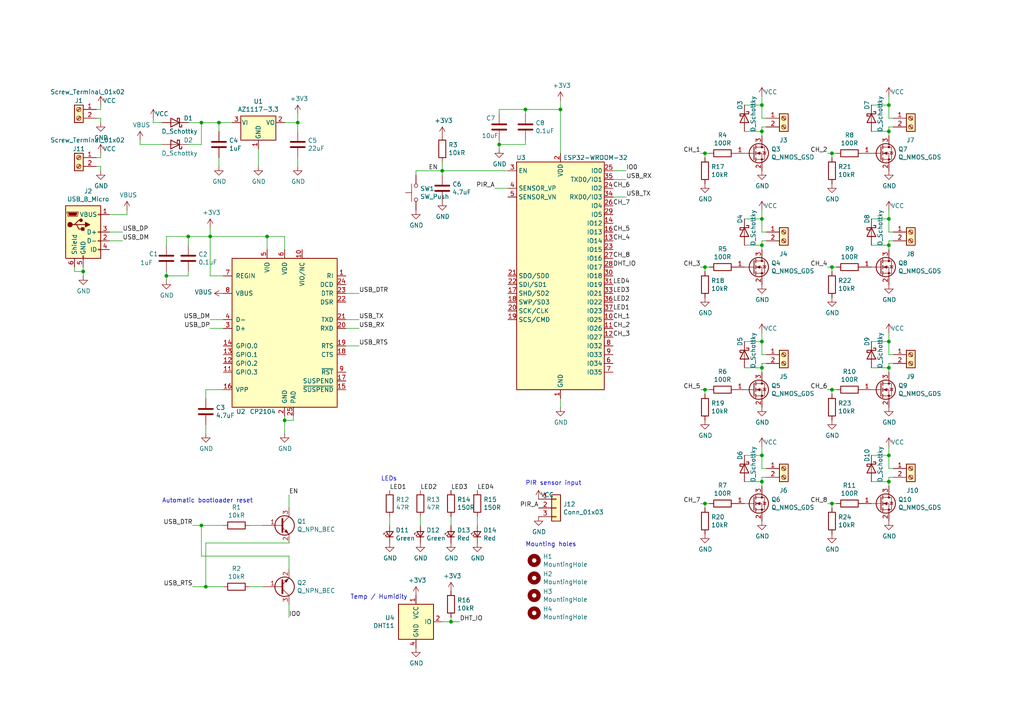
<source format=kicad_sch>
(kicad_sch (version 20211123) (generator eeschema)
  (paper "A4")
  (junction (at 257.81 106.68))
  (junction (at 241.3 44.45))
  (junction (at 130.81 180.34))
  (junction (at 220.98 106.68))
  (junction (at 257.81 38.1))
  (junction (at 257.81 71.12))
  (junction (at 220.98 63.5))
  (junction (at 58.42 35.56))
  (junction (at 204.47 113.03))
  (junction (at 60.96 68.58))
  (junction (at 59.69 170.18))
  (junction (at 241.3 113.03))
  (junction (at 257.81 30.48))
  (junction (at 128.27 49.53))
  (junction (at 220.98 30.48))
  (junction (at 82.55 121.92))
  (junction (at 257.81 132.08))
  (junction (at 220.98 132.08))
  (junction (at 220.98 71.12))
  (junction (at 144.78 41.91))
  (junction (at 220.98 38.1))
  (junction (at 58.42 152.4))
  (junction (at 152.4 31.75))
  (junction (at 257.81 139.7))
  (junction (at 220.98 139.7))
  (junction (at 204.47 77.47))
  (junction (at 86.36 35.56))
  (junction (at 204.47 146.05))
  (junction (at 54.61 68.58))
  (junction (at 63.5 35.56))
  (junction (at 24.13 78.74))
  (junction (at 257.81 99.06))
  (junction (at 204.47 44.45))
  (junction (at 162.56 31.75))
  (junction (at 241.3 146.05))
  (junction (at 241.3 77.47))
  (junction (at 257.81 63.5))
  (junction (at 77.47 68.58))
  (junction (at 220.98 99.06))
  (junction (at 48.26 80.01))
  (wire (pts (xy 252.73 71.12) (xy 257.81 71.12)))
  (wire (pts (xy 83.82 157.48) (xy 59.69 157.48)))
  (wire (pts (xy 257.81 106.68) (xy 257.81 107.95)))
  (wire (pts (xy 40.64 40.64) (xy 40.64 41.91)))
  (wire (pts (xy 29.21 31.75) (xy 27.94 31.75)))
  (wire (pts (xy 220.98 36.83) (xy 220.98 38.1)))
  (wire (pts (xy 60.96 92.71) (xy 64.77 92.71)))
  (wire (pts (xy 59.69 113.03) (xy 64.77 113.03)))
  (wire (pts (xy 77.47 68.58) (xy 82.55 68.58)))
  (wire (pts (xy 222.25 105.41) (xy 220.98 105.41)))
  (wire (pts (xy 55.88 152.4) (xy 58.42 152.4)))
  (wire (pts (xy 48.26 80.01) (xy 54.61 80.01)))
  (wire (pts (xy 36.83 60.96) (xy 36.83 62.23)))
  (wire (pts (xy 86.36 35.56) (xy 82.55 35.56)))
  (wire (pts (xy 144.78 41.91) (xy 152.4 41.91)))
  (wire (pts (xy 241.3 113.03) (xy 241.3 114.3)))
  (wire (pts (xy 220.98 132.08) (xy 220.98 129.54)))
  (wire (pts (xy 31.75 67.31) (xy 35.56 67.31)))
  (wire (pts (xy 241.3 44.45) (xy 242.57 44.45)))
  (wire (pts (xy 257.81 132.08) (xy 257.81 135.89)))
  (wire (pts (xy 59.69 115.57) (xy 59.69 113.03)))
  (wire (pts (xy 121.92 149.86) (xy 121.92 152.4)))
  (wire (pts (xy 162.56 118.11) (xy 162.56 115.57)))
  (wire (pts (xy 104.14 95.25) (xy 100.33 95.25)))
  (wire (pts (xy 40.64 41.91) (xy 46.99 41.91)))
  (wire (pts (xy 83.82 179.07) (xy 83.82 175.26)))
  (wire (pts (xy 181.61 57.15) (xy 177.8 57.15)))
  (wire (pts (xy 83.82 161.29) (xy 58.42 161.29)))
  (wire (pts (xy 220.98 30.48) (xy 220.98 27.94)))
  (wire (pts (xy 27.94 48.26) (xy 29.21 48.26)))
  (wire (pts (xy 215.9 63.5) (xy 220.98 63.5)))
  (wire (pts (xy 203.2 146.05) (xy 204.47 146.05)))
  (wire (pts (xy 222.25 36.83) (xy 220.98 36.83)))
  (wire (pts (xy 58.42 152.4) (xy 64.77 152.4)))
  (wire (pts (xy 31.75 62.23) (xy 36.83 62.23)))
  (wire (pts (xy 220.98 139.7) (xy 220.98 140.97)))
  (wire (pts (xy 257.81 30.48) (xy 257.81 27.94)))
  (wire (pts (xy 82.55 125.73) (xy 82.55 121.92)))
  (wire (pts (xy 130.81 180.34) (xy 130.81 179.07)))
  (wire (pts (xy 63.5 35.56) (xy 67.31 35.56)))
  (wire (pts (xy 44.45 35.56) (xy 46.99 35.56)))
  (wire (pts (xy 203.2 77.47) (xy 204.47 77.47)))
  (wire (pts (xy 204.47 146.05) (xy 204.47 147.32)))
  (wire (pts (xy 220.98 38.1) (xy 220.98 39.37)))
  (wire (pts (xy 241.3 146.05) (xy 242.57 146.05)))
  (wire (pts (xy 257.81 99.06) (xy 257.81 102.87)))
  (wire (pts (xy 162.56 31.75) (xy 162.56 44.45)))
  (wire (pts (xy 257.81 102.87) (xy 259.08 102.87)))
  (wire (pts (xy 58.42 161.29) (xy 58.42 152.4)))
  (wire (pts (xy 241.3 44.45) (xy 241.3 45.72)))
  (wire (pts (xy 59.69 170.18) (xy 64.77 170.18)))
  (wire (pts (xy 257.81 30.48) (xy 257.81 34.29)))
  (wire (pts (xy 100.33 92.71) (xy 104.14 92.71)))
  (wire (pts (xy 83.82 143.51) (xy 83.82 147.32)))
  (wire (pts (xy 54.61 80.01) (xy 54.61 78.74)))
  (wire (pts (xy 215.9 106.68) (xy 220.98 106.68)))
  (wire (pts (xy 63.5 35.56) (xy 63.5 38.1)))
  (wire (pts (xy 257.81 139.7) (xy 257.81 140.97)))
  (wire (pts (xy 241.3 77.47) (xy 242.57 77.47)))
  (wire (pts (xy 48.26 71.12) (xy 48.26 68.58)))
  (wire (pts (xy 82.55 68.58) (xy 82.55 72.39)))
  (wire (pts (xy 143.51 54.61) (xy 147.32 54.61)))
  (wire (pts (xy 63.5 48.26) (xy 63.5 45.72)))
  (wire (pts (xy 133.35 180.34) (xy 130.81 180.34)))
  (wire (pts (xy 241.3 113.03) (xy 242.57 113.03)))
  (wire (pts (xy 24.13 77.47) (xy 24.13 78.74)))
  (wire (pts (xy 29.21 48.26) (xy 29.21 49.53)))
  (wire (pts (xy 203.2 44.45) (xy 204.47 44.45)))
  (wire (pts (xy 215.9 71.12) (xy 220.98 71.12)))
  (wire (pts (xy 257.81 63.5) (xy 257.81 60.96)))
  (wire (pts (xy 86.36 48.26) (xy 86.36 45.72)))
  (wire (pts (xy 130.81 149.86) (xy 130.81 152.4)))
  (wire (pts (xy 72.39 152.4) (xy 76.2 152.4)))
  (wire (pts (xy 220.98 63.5) (xy 220.98 60.96)))
  (wire (pts (xy 144.78 31.75) (xy 152.4 31.75)))
  (wire (pts (xy 54.61 35.56) (xy 58.42 35.56)))
  (wire (pts (xy 220.98 102.87) (xy 222.25 102.87)))
  (wire (pts (xy 83.82 165.1) (xy 83.82 161.29)))
  (wire (pts (xy 120.65 49.53) (xy 120.65 50.8)))
  (wire (pts (xy 85.09 121.92) (xy 85.09 120.65)))
  (wire (pts (xy 241.3 146.05) (xy 241.3 147.32)))
  (wire (pts (xy 162.56 29.21) (xy 162.56 31.75)))
  (wire (pts (xy 220.98 63.5) (xy 220.98 67.31)))
  (wire (pts (xy 252.73 30.48) (xy 257.81 30.48)))
  (wire (pts (xy 220.98 106.68) (xy 220.98 107.95)))
  (wire (pts (xy 252.73 63.5) (xy 257.81 63.5)))
  (wire (pts (xy 60.96 80.01) (xy 64.77 80.01)))
  (wire (pts (xy 220.98 132.08) (xy 220.98 135.89)))
  (wire (pts (xy 220.98 67.31) (xy 222.25 67.31)))
  (wire (pts (xy 77.47 68.58) (xy 77.47 72.39)))
  (wire (pts (xy 29.21 30.48) (xy 29.21 31.75)))
  (wire (pts (xy 72.39 170.18) (xy 76.2 170.18)))
  (wire (pts (xy 128.27 46.99) (xy 128.27 49.53)))
  (wire (pts (xy 29.21 34.29) (xy 29.21 35.56)))
  (wire (pts (xy 240.03 113.03) (xy 241.3 113.03)))
  (wire (pts (xy 220.98 99.06) (xy 220.98 102.87)))
  (wire (pts (xy 257.81 63.5) (xy 257.81 67.31)))
  (wire (pts (xy 222.25 69.85) (xy 220.98 69.85)))
  (wire (pts (xy 240.03 77.47) (xy 241.3 77.47)))
  (wire (pts (xy 82.55 121.92) (xy 82.55 120.65)))
  (wire (pts (xy 55.88 170.18) (xy 59.69 170.18)))
  (wire (pts (xy 257.81 34.29) (xy 259.08 34.29)))
  (wire (pts (xy 240.03 146.05) (xy 241.3 146.05)))
  (wire (pts (xy 104.14 85.09) (xy 100.33 85.09)))
  (wire (pts (xy 48.26 80.01) (xy 48.26 81.28)))
  (wire (pts (xy 35.56 69.85) (xy 31.75 69.85)))
  (wire (pts (xy 220.98 34.29) (xy 222.25 34.29)))
  (wire (pts (xy 252.73 106.68) (xy 257.81 106.68)))
  (wire (pts (xy 27.94 45.72) (xy 29.21 45.72)))
  (wire (pts (xy 257.81 38.1) (xy 257.81 39.37)))
  (wire (pts (xy 241.3 77.47) (xy 241.3 78.74)))
  (wire (pts (xy 252.73 139.7) (xy 257.81 139.7)))
  (wire (pts (xy 257.81 36.83) (xy 257.81 38.1)))
  (wire (pts (xy 257.81 67.31) (xy 259.08 67.31)))
  (wire (pts (xy 104.14 100.33) (xy 100.33 100.33)))
  (wire (pts (xy 74.93 48.26) (xy 74.93 43.18)))
  (wire (pts (xy 204.47 146.05) (xy 205.74 146.05)))
  (wire (pts (xy 128.27 180.34) (xy 130.81 180.34)))
  (wire (pts (xy 24.13 78.74) (xy 21.59 78.74)))
  (wire (pts (xy 58.42 35.56) (xy 63.5 35.56)))
  (wire (pts (xy 138.43 149.86) (xy 138.43 152.4)))
  (wire (pts (xy 162.56 31.75) (xy 152.4 31.75)))
  (wire (pts (xy 21.59 78.74) (xy 21.59 77.47)))
  (wire (pts (xy 86.36 33.02) (xy 86.36 35.56)))
  (wire (pts (xy 215.9 38.1) (xy 220.98 38.1)))
  (wire (pts (xy 59.69 125.73) (xy 59.69 123.19)))
  (wire (pts (xy 144.78 43.18) (xy 144.78 41.91)))
  (wire (pts (xy 48.26 68.58) (xy 54.61 68.58)))
  (wire (pts (xy 220.98 71.12) (xy 220.98 72.39)))
  (wire (pts (xy 54.61 71.12) (xy 54.61 68.58)))
  (wire (pts (xy 113.03 149.86) (xy 113.03 152.4)))
  (wire (pts (xy 215.9 139.7) (xy 220.98 139.7)))
  (wire (pts (xy 215.9 99.06) (xy 220.98 99.06)))
  (wire (pts (xy 60.96 95.25) (xy 64.77 95.25)))
  (wire (pts (xy 220.98 135.89) (xy 222.25 135.89)))
  (wire (pts (xy 152.4 31.75) (xy 152.4 33.02)))
  (wire (pts (xy 181.61 52.07) (xy 177.8 52.07)))
  (wire (pts (xy 181.61 49.53) (xy 177.8 49.53)))
  (wire (pts (xy 222.25 138.43) (xy 220.98 138.43)))
  (wire (pts (xy 59.69 157.48) (xy 59.69 170.18)))
  (wire (pts (xy 27.94 34.29) (xy 29.21 34.29)))
  (wire (pts (xy 144.78 33.02) (xy 144.78 31.75)))
  (wire (pts (xy 257.81 99.06) (xy 257.81 96.52)))
  (wire (pts (xy 128.27 49.53) (xy 147.32 49.53)))
  (wire (pts (xy 204.47 77.47) (xy 205.74 77.47)))
  (wire (pts (xy 220.98 99.06) (xy 220.98 96.52)))
  (wire (pts (xy 44.45 34.29) (xy 44.45 35.56)))
  (wire (pts (xy 259.08 138.43) (xy 257.81 138.43)))
  (wire (pts (xy 120.65 49.53) (xy 128.27 49.53)))
  (wire (pts (xy 204.47 113.03) (xy 205.74 113.03)))
  (wire (pts (xy 24.13 80.01) (xy 24.13 78.74)))
  (wire (pts (xy 257.81 69.85) (xy 257.81 71.12)))
  (wire (pts (xy 257.81 132.08) (xy 257.81 129.54)))
  (wire (pts (xy 215.9 30.48) (xy 220.98 30.48)))
  (wire (pts (xy 204.47 44.45) (xy 205.74 44.45)))
  (wire (pts (xy 252.73 38.1) (xy 257.81 38.1)))
  (wire (pts (xy 252.73 99.06) (xy 257.81 99.06)))
  (wire (pts (xy 86.36 38.1) (xy 86.36 35.56)))
  (wire (pts (xy 58.42 35.56) (xy 58.42 41.91)))
  (wire (pts (xy 204.47 44.45) (xy 204.47 45.72)))
  (wire (pts (xy 144.78 41.91) (xy 144.78 40.64)))
  (wire (pts (xy 60.96 68.58) (xy 77.47 68.58)))
  (wire (pts (xy 58.42 41.91) (xy 54.61 41.91)))
  (wire (pts (xy 259.08 36.83) (xy 257.81 36.83)))
  (wire (pts (xy 259.08 105.41) (xy 257.81 105.41)))
  (wire (pts (xy 257.81 105.41) (xy 257.81 106.68)))
  (wire (pts (xy 220.98 105.41) (xy 220.98 106.68)))
  (wire (pts (xy 29.21 45.72) (xy 29.21 44.45)))
  (wire (pts (xy 240.03 44.45) (xy 241.3 44.45)))
  (wire (pts (xy 220.98 138.43) (xy 220.98 139.7)))
  (wire (pts (xy 60.96 80.01) (xy 60.96 68.58)))
  (wire (pts (xy 82.55 121.92) (xy 85.09 121.92)))
  (wire (pts (xy 252.73 132.08) (xy 257.81 132.08)))
  (wire (pts (xy 204.47 113.03) (xy 204.47 114.3)))
  (wire (pts (xy 257.81 71.12) (xy 257.81 72.39)))
  (wire (pts (xy 128.27 50.8) (xy 128.27 49.53)))
  (wire (pts (xy 220.98 69.85) (xy 220.98 71.12)))
  (wire (pts (xy 220.98 30.48) (xy 220.98 34.29)))
  (wire (pts (xy 259.08 69.85) (xy 257.81 69.85)))
  (wire (pts (xy 60.96 66.04) (xy 60.96 68.58)))
  (wire (pts (xy 54.61 68.58) (xy 60.96 68.58)))
  (wire (pts (xy 203.2 113.03) (xy 204.47 113.03)))
  (wire (pts (xy 48.26 78.74) (xy 48.26 80.01)))
  (wire (pts (xy 257.81 138.43) (xy 257.81 139.7)))
  (wire (pts (xy 204.47 77.47) (xy 204.47 78.74)))
  (wire (pts (xy 215.9 132.08) (xy 220.98 132.08)))
  (wire (pts (xy 257.81 135.89) (xy 259.08 135.89)))
  (wire (pts (xy 152.4 41.91) (xy 152.4 40.64)))
  (text "Temp / Humidity" (at 101.6 173.99 0) (effects (font (size 1.27 1.27)) (justify left bottom)))
  (text "Automatic bootloader reset" (at 46.99 146.05 0) (effects (font (size 1.27 1.27)) (justify left bottom)))
  (text "LEDs" (at 110.49 139.7 0) (effects (font (size 1.27 1.27)) (justify left bottom)))
  (text "PIR sensor input" (at 152.4 140.97 0) (effects (font (size 1.27 1.27)) (justify left bottom)))
  (text "Mounting holes" (at 152.4 158.75 0) (effects (font (size 1.27 1.27)) (justify left bottom)))
  (label "CH_7" (at 203.2 146.05 180))
  (label "LED2" (at 177.8 87.63 0))
  (label "USB_DP" (at 35.56 67.31 0))
  (label "USB_DTR" (at 104.14 85.09 0))
  (label "CH_3" (at 203.2 77.47 180))
  (label "LED4" (at 138.43 142.24 0))
  (label "CH_2" (at 240.03 44.45 180))
  (label "USB_RX" (at 181.61 52.07 0))
  (label "CH_1" (at 203.2 44.45 180))
  (label "USB_RTS" (at 55.88 170.18 180))
  (label "DHT_IO" (at 133.35 180.34 0))
  (label "CH_6" (at 177.8 54.61 0))
  (label "CH_7" (at 177.8 59.69 0))
  (label "EN" (at 127 49.53 180))
  (label "LED2" (at 121.92 142.24 0))
  (label "LED4" (at 177.8 82.55 0))
  (label "CH_5" (at 203.2 113.03 180))
  (label "CH_4" (at 177.8 69.85 0))
  (label "USB_RX" (at 104.14 95.25 0))
  (label "USB_DTR" (at 55.88 152.4 180))
  (label "CH_8" (at 240.03 146.05 180))
  (label "CH_4" (at 240.03 77.47 180))
  (label "USB_DP" (at 60.96 95.25 180))
  (label "EN" (at 83.82 143.51 0))
  (label "USB_TX" (at 104.14 92.71 0))
  (label "CH_1" (at 177.8 92.71 0))
  (label "USB_RTS" (at 104.14 100.33 0))
  (label "CH_5" (at 177.8 67.31 0))
  (label "IO0" (at 83.82 179.07 0))
  (label "LED3" (at 130.81 142.24 0))
  (label "LED3" (at 177.8 85.09 0))
  (label "USB_DM" (at 35.56 69.85 0))
  (label "PIR_A" (at 143.51 54.61 180))
  (label "DHT_IO" (at 177.8 77.47 0))
  (label "USB_TX" (at 181.61 57.15 0))
  (label "CH_8" (at 177.8 74.93 0))
  (label "LED1" (at 113.03 142.24 0))
  (label "IO0" (at 181.61 49.53 0))
  (label "USB_DM" (at 60.96 92.71 180))
  (label "PIR_A" (at 156.21 147.32 180))
  (label "CH_6" (at 240.03 113.03 180))
  (label "CH_3" (at 177.8 97.79 0))
  (label "LED1" (at 177.8 90.17 0))
  (label "CH_2" (at 177.8 95.25 0))
  (symbol (lib_id "RF_Module:ESP32-WROOM-32") (at 162.56 80.01 0) (unit 1)
    (property "Reference" "U3" (at 151.13 45.72 0))
    (property "Value" "ESP32-WROOM-32" (at 172.72 45.72 0))
    (property "Footprint" "RF_Module:ESP32-WROOM-32" (effects hide))
    (property "Datasheet" "https://www.espressif.com/sites/default/files/documentation/esp32-wroom-32_datasheet_en.pdf" (effects hide))
  )
  (symbol (lib_id "Device:Q_NMOS_GSD") (at 218.44 44.45 0) (unit 1)
    (property "Reference" "Q3" (at 223.6724 43.2816 0) (effects (justify left)))
    (property "Value" "Q_NMOS_GSD" (at 223.6724 45.593 0) (effects (justify left)))
    (property "Footprint" "Package_TO_SOT_SMD:SOT-23" (effects hide))
    (property "LCSC#" "C20917" (effects hide))
  )
  (symbol (lib_id "Regulator_Linear:AZ1117-3.3") (at 74.93 35.56 0) (unit 1)
    (property "Reference" "U1" (at 74.93 29.4132 0))
    (property "Value" "AZ1117-3.3" (at 74.93 31.7246 0))
    (property "Footprint" "Package_TO_SOT_SMD:SOT-223-3_TabPin2" (effects hide))
    (property "Datasheet" "https://www.diodes.com/assets/Datasheets/AZ1117.pdf" (effects hide))
    (property "LCSC#" "C92102" (effects hide))
  )
  (symbol (lib_id "Device:C") (at 63.5 41.91 0) (unit 1)
    (property "Reference" "C4" (at 66.421 40.7416 0) (effects (justify left)))
    (property "Value" "1uF" (at 66.421 43.053 0) (effects (justify left)))
    (property "Footprint" "Resistor_SMD:R_0603_1608Metric" (effects hide))
    (property "LCSC#" "C15849" (effects hide))
  )
  (symbol (lib_id "Device:D_Schottky") (at 50.8 35.56 180) (unit 1)
    (property "Reference" "D1" (at 54.61 34.29 0))
    (property "Value" "D_Schottky" (at 52.07 38.1 0))
    (property "Footprint" "Diode_SMD:D_SOD-123" (effects hide))
    (property "LCSC#" "C8598" (effects hide))
  )
  (symbol (lib_id "power:GND") (at 29.21 35.56 0) (unit 1)
    (property "Reference" "#PWR0101" (effects hide))
    (property "Value" "GND" (at 29.337 39.9542 0))
  )
  (symbol (lib_id "power:GND") (at 63.5 48.26 0) (unit 1)
    (property "Reference" "#PWR0102" (effects hide))
    (property "Value" "GND" (at 63.627 52.6542 0))
  )
  (symbol (lib_id "power:GND") (at 74.93 48.26 0) (unit 1)
    (property "Reference" "#PWR0103" (effects hide))
    (property "Value" "GND" (at 75.057 52.6542 0))
  )
  (symbol (lib_id "Connector:USB_B_Micro") (at 24.13 67.31 0) (unit 1)
    (property "Reference" "J2" (at 25.5778 55.4482 0))
    (property "Value" "USB_B_Micro" (at 25.5778 57.7596 0))
    (property "Footprint" "Connector_USB:USB_Micro-B_Molex-105017-0001" (effects hide))
  )
  (symbol (lib_id "power:VCC") (at 29.21 30.48 0) (unit 1)
    (property "Reference" "#PWR0104" (effects hide))
    (property "Value" "VCC" (at 31.75 29.21 0))
  )
  (symbol (lib_id "Connector:Screw_Terminal_01x02") (at 22.86 31.75 0) (mirror y) (unit 1)
    (property "Reference" "J1" (at 22.86 29.21 0))
    (property "Value" "Screw_Terminal_01x02" (at 25.4 26.67 0))
    (property "Footprint" "TerminalBlock_Phoenix:TerminalBlock_Phoenix_PT-1,5-2-3.5-H_1x02_P3.50mm_Horizontal" (effects hide))
  )
  (symbol (lib_id "Device:D_Schottky") (at 50.8 41.91 180) (unit 1)
    (property "Reference" "D2" (at 54.61 40.64 0))
    (property "Value" "D_Schottky" (at 52.07 44.45 0))
    (property "Footprint" "Diode_SMD:D_SOD-123" (effects hide))
    (property "LCSC#" "C8598" (effects hide))
  )
  (symbol (lib_id "power:VCC") (at 44.45 34.29 0) (unit 1)
    (property "Reference" "#PWR0105" (effects hide))
    (property "Value" "VCC" (at 46.99 33.02 0))
  )
  (symbol (lib_id "power:VBUS") (at 40.64 40.64 0) (unit 1)
    (property "Reference" "#PWR0106" (effects hide))
    (property "Value" "VBUS" (at 41.021 36.2458 0))
  )
  (symbol (lib_id "power:VBUS") (at 36.83 60.96 0) (unit 1)
    (property "Reference" "#PWR0107" (effects hide))
    (property "Value" "VBUS" (at 37.211 56.5658 0))
  )
  (symbol (lib_id "power:GND") (at 24.13 80.01 0) (unit 1)
    (property "Reference" "#PWR0108" (effects hide))
    (property "Value" "GND" (at 24.257 84.4042 0))
  )
  (symbol (lib_id "Interface_USB:CP2104") (at 82.55 95.25 0) (unit 1)
    (property "Reference" "U2" (at 69.85 119.38 0))
    (property "Value" "CP2104" (at 76.2 119.38 0))
    (property "Footprint" "Package_DFN_QFN:QFN-24-1EP_4x4mm_P0.5mm_EP2.6x2.6mm" (effects hide))
    (property "Datasheet" "https://www.silabs.com/documents/public/data-sheets/cp2104.pdf" (effects hide))
    (property "LCSC#" "C47742" (effects hide))
  )
  (symbol (lib_id "power:+3V3") (at 86.36 33.02 0) (unit 1)
    (property "Reference" "#PWR0109" (effects hide))
    (property "Value" "+3V3" (at 86.741 28.6258 0))
  )
  (symbol (lib_id "Device:C") (at 86.36 41.91 0) (unit 1)
    (property "Reference" "C5" (at 89.281 40.7416 0) (effects (justify left)))
    (property "Value" "22uF" (at 89.281 43.053 0) (effects (justify left)))
    (property "Footprint" "Resistor_SMD:R_0603_1608Metric" (effects hide))
    (property "LCSC#" "C59461" (effects hide))
  )
  (symbol (lib_id "power:GND") (at 86.36 48.26 0) (unit 1)
    (property "Reference" "#PWR0110" (effects hide))
    (property "Value" "GND" (at 86.487 52.6542 0))
  )
  (symbol (lib_id "power:VBUS") (at 64.77 85.09 90) (unit 1)
    (property "Reference" "#PWR0111" (effects hide))
    (property "Value" "VBUS" (at 61.5442 84.709 90) (effects (justify left)))
  )
  (symbol (lib_id "power:+3V3") (at 60.96 66.04 0) (unit 1)
    (property "Reference" "#PWR0112" (effects hide))
    (property "Value" "+3V3" (at 61.341 61.6458 0))
  )
  (symbol (lib_id "Device:C") (at 54.61 74.93 0) (unit 1)
    (property "Reference" "C2" (at 57.531 73.7616 0) (effects (justify left)))
    (property "Value" "0.1uF" (at 57.531 76.073 0) (effects (justify left)))
    (property "Footprint" "Resistor_SMD:R_0402_1005Metric" (effects hide))
    (property "LCSC#" "C1525" (effects hide))
  )
  (symbol (lib_id "Device:C") (at 48.26 74.93 0) (unit 1)
    (property "Reference" "C1" (at 43.18 73.66 0) (effects (justify left)))
    (property "Value" "1uF" (at 40.64 76.2 0) (effects (justify left)))
    (property "Footprint" "Resistor_SMD:R_0402_1005Metric" (effects hide))
    (property "LCSC#" "C52923" (effects hide))
  )
  (symbol (lib_id "power:GND") (at 48.26 81.28 0) (unit 1)
    (property "Reference" "#PWR0113" (effects hide))
    (property "Value" "GND" (at 48.387 85.6742 0))
  )
  (symbol (lib_id "Device:C") (at 59.69 119.38 0) (unit 1)
    (property "Reference" "C3" (at 62.611 118.2116 0) (effects (justify left)))
    (property "Value" "4.7uF" (at 62.611 120.523 0) (effects (justify left)))
    (property "Footprint" "Resistor_SMD:R_0603_1608Metric" (effects hide))
    (property "LCSC#" "C19666" (effects hide))
  )
  (symbol (lib_id "power:GND") (at 59.69 125.73 0) (unit 1)
    (property "Reference" "#PWR0114" (effects hide))
    (property "Value" "GND" (at 59.817 130.1242 0))
  )
  (symbol (lib_id "power:GND") (at 82.55 125.73 0) (unit 1)
    (property "Reference" "#PWR0115" (effects hide))
    (property "Value" "GND" (at 82.677 130.1242 0))
  )
  (symbol (lib_id "Device:Q_NPN_BEC") (at 81.28 152.4 0) (unit 1)
    (property "Reference" "Q1" (at 86.1314 151.2316 0) (effects (justify left)))
    (property "Value" "Q_NPN_BEC" (at 86.1314 153.543 0) (effects (justify left)))
    (property "Footprint" "Package_TO_SOT_SMD:SOT-23" (effects hide))
    (property "LCSC#" "C2150" (effects hide))
  )
  (symbol (lib_id "Device:Q_NPN_BEC") (at 81.28 170.18 0) (mirror x) (unit 1)
    (property "Reference" "Q2" (at 86.1314 169.0116 0) (effects (justify left)))
    (property "Value" "Q_NPN_BEC" (at 86.1314 171.323 0) (effects (justify left)))
    (property "Footprint" "Package_TO_SOT_SMD:SOT-23" (effects hide))
    (property "LCSC#" "C2150" (effects hide))
  )
  (symbol (lib_id "Device:R") (at 68.58 152.4 270) (unit 1)
    (property "Reference" "R1" (at 68.58 147.1422 90))
    (property "Value" "10kR" (at 68.58 149.4536 90))
    (property "Footprint" "Resistor_SMD:R_0402_1005Metric" (effects hide))
    (property "LCSC#" "C25744" (effects hide))
  )
  (symbol (lib_id "Device:R") (at 68.58 170.18 270) (unit 1)
    (property "Reference" "R2" (at 68.58 164.9222 90))
    (property "Value" "10kR" (at 68.58 167.2336 90))
    (property "Footprint" "Resistor_SMD:R_0402_1005Metric" (effects hide))
    (property "LCSC#" "C25744" (effects hide))
  )
  (symbol (lib_id "power:+3V3") (at 162.56 29.21 0) (unit 1)
    (property "Reference" "#PWR0116" (effects hide))
    (property "Value" "+3V3" (at 162.941 24.8158 0))
  )
  (symbol (lib_id "Device:C") (at 152.4 36.83 0) (unit 1)
    (property "Reference" "C8" (at 155.321 35.6616 0) (effects (justify left)))
    (property "Value" "0.1uF" (at 155.321 37.973 0) (effects (justify left)))
    (property "Footprint" "Resistor_SMD:R_0402_1005Metric" (effects hide))
    (property "LCSC#" "C1525" (effects hide))
  )
  (symbol (lib_id "Device:C") (at 144.78 36.83 0) (unit 1)
    (property "Reference" "C7" (at 140.97 34.29 0) (effects (justify left)))
    (property "Value" "10uF" (at 139.7 39.37 0) (effects (justify left)))
    (property "Footprint" "Resistor_SMD:R_0402_1005Metric" (effects hide))
    (property "LCSC#" "C15525" (effects hide))
  )
  (symbol (lib_id "power:GND") (at 144.78 43.18 0) (unit 1)
    (property "Reference" "#PWR0117" (effects hide))
    (property "Value" "GND" (at 144.907 47.5742 0))
  )
  (symbol (lib_id "Device:C") (at 128.27 54.61 0) (unit 1)
    (property "Reference" "C6" (at 131.191 53.4416 0) (effects (justify left)))
    (property "Value" "4.7uF" (at 131.191 55.753 0) (effects (justify left)))
    (property "Footprint" "Resistor_SMD:R_0402_1005Metric" (effects hide))
    (property "LCSC#" "C23733" (effects hide))
  )
  (symbol (lib_id "power:GND") (at 128.27 58.42 0) (unit 1)
    (property "Reference" "#PWR0118" (effects hide))
    (property "Value" "GND" (at 128.397 62.8142 0))
  )
  (symbol (lib_id "Device:R") (at 128.27 43.18 180) (unit 1)
    (property "Reference" "R3" (at 130.048 42.0116 0) (effects (justify right)))
    (property "Value" "10kR" (at 130.048 44.323 0) (effects (justify right)))
    (property "Footprint" "Resistor_SMD:R_0402_1005Metric" (effects hide))
    (property "LCSC#" "C25744" (effects hide))
  )
  (symbol (lib_id "power:+3V3") (at 128.27 39.37 0) (unit 1)
    (property "Reference" "#PWR0119" (effects hide))
    (property "Value" "+3V3" (at 128.651 34.9758 0))
  )
  (symbol (lib_id "Switch:SW_Push") (at 120.65 55.88 90) (unit 1)
    (property "Reference" "SW1" (at 121.8692 54.7116 90) (effects (justify right)))
    (property "Value" "SW_Push" (at 121.8692 57.023 90) (effects (justify right)))
    (property "Footprint" "footprints:TS-1187A" (effects hide))
    (property "LCSC#" "C318888" (effects hide))
  )
  (symbol (lib_id "power:GND") (at 120.65 60.96 0) (unit 1)
    (property "Reference" "#PWR0120" (effects hide))
    (property "Value" "GND" (at 120.777 65.3542 0))
  )
  (symbol (lib_id "power:GND") (at 162.56 118.11 0) (unit 1)
    (property "Reference" "#PWR0121" (effects hide))
    (property "Value" "GND" (at 162.687 122.5042 0))
  )
  (symbol (lib_id "Device:R") (at 209.55 44.45 270) (unit 1)
    (property "Reference" "R4" (at 209.55 39.1922 90))
    (property "Value" "100R" (at 209.55 41.5036 90))
    (property "Footprint" "Resistor_SMD:R_0402_1005Metric" (effects hide))
    (property "LCSC#" "C25076" (effects hide))
  )
  (symbol (lib_id "power:GND") (at 220.98 49.53 0) (unit 1)
    (property "Reference" "#PWR0122" (effects hide))
    (property "Value" "GND" (at 221.107 53.9242 0))
  )
  (symbol (lib_id "Connector:Screw_Terminal_01x02") (at 227.33 34.29 0) (unit 1)
    (property "Reference" "J3" (at 226.06 40.64 0) (effects (justify left)))
    (property "Value" "Screw_Terminal_01x02" (effects hide))
    (property "Footprint" "TerminalBlock_Phoenix:TerminalBlock_Phoenix_PT-1,5-2-3.5-H_1x02_P3.50mm_Horizontal" (effects hide))
  )
  (symbol (lib_id "power:VCC") (at 220.98 27.94 0) (unit 1)
    (property "Reference" "#PWR0123" (effects hide))
    (property "Value" "VCC" (at 223.52 26.67 0))
  )
  (symbol (lib_id "Device:D_Schottky") (at 215.9 34.29 270) (unit 1)
    (property "Reference" "D3" (at 214.63 30.48 0))
    (property "Value" "D_Schottky" (at 218.44 33.02 0))
    (property "Footprint" "Diode_SMD:D_SOD-123" (effects hide))
    (property "LCSC#" "C8598" (effects hide))
  )
  (symbol (lib_id "Device:Q_NMOS_GSD") (at 255.27 44.45 0) (unit 1)
    (property "Reference" "Q7" (at 260.5024 43.2816 0) (effects (justify left)))
    (property "Value" "Q_NMOS_GDS" (at 260.5024 45.593 0) (effects (justify left)))
    (property "Footprint" "Package_TO_SOT_SMD:SOT-23" (effects hide))
    (property "LCSC#" "C20917" (effects hide))
  )
  (symbol (lib_id "Device:R") (at 246.38 44.45 270) (unit 1)
    (property "Reference" "R8" (at 246.38 39.1922 90))
    (property "Value" "100R" (at 246.38 41.5036 90))
    (property "Footprint" "Resistor_SMD:R_0402_1005Metric" (effects hide))
    (property "LCSC#" "C25076" (effects hide))
  )
  (symbol (lib_id "power:GND") (at 257.81 49.53 0) (unit 1)
    (property "Reference" "#PWR0124" (effects hide))
    (property "Value" "GND" (at 257.937 53.9242 0))
  )
  (symbol (lib_id "Connector:Screw_Terminal_01x02") (at 264.16 34.29 0) (unit 1)
    (property "Reference" "J7" (at 262.89 40.64 0) (effects (justify left)))
    (property "Value" "Screw_Terminal_01x02" (effects hide))
    (property "Footprint" "TerminalBlock_Phoenix:TerminalBlock_Phoenix_PT-1,5-2-3.5-H_1x02_P3.50mm_Horizontal" (effects hide))
  )
  (symbol (lib_id "power:VCC") (at 257.81 27.94 0) (unit 1)
    (property "Reference" "#PWR0125" (effects hide))
    (property "Value" "VCC" (at 260.35 26.67 0))
  )
  (symbol (lib_id "Device:Q_NMOS_GSD") (at 218.44 77.47 0) (unit 1)
    (property "Reference" "Q4" (at 223.6724 76.3016 0) (effects (justify left)))
    (property "Value" "Q_NMOS_GDS" (at 223.6724 78.613 0) (effects (justify left)))
    (property "Footprint" "Package_TO_SOT_SMD:SOT-23" (effects hide))
    (property "LCSC#" "C20917" (effects hide))
  )
  (symbol (lib_id "Device:R") (at 209.55 77.47 270) (unit 1)
    (property "Reference" "R5" (at 209.55 72.2122 90))
    (property "Value" "100R" (at 209.55 74.5236 90))
    (property "Footprint" "Resistor_SMD:R_0402_1005Metric" (effects hide))
    (property "LCSC#" "C25076" (effects hide))
  )
  (symbol (lib_id "power:GND") (at 220.98 82.55 0) (unit 1)
    (property "Reference" "#PWR0126" (effects hide))
    (property "Value" "GND" (at 221.107 86.9442 0))
  )
  (symbol (lib_id "Connector:Screw_Terminal_01x02") (at 227.33 67.31 0) (unit 1)
    (property "Reference" "J4" (at 226.06 73.66 0) (effects (justify left)))
    (property "Value" "Screw_Terminal_01x02" (effects hide))
    (property "Footprint" "TerminalBlock_Phoenix:TerminalBlock_Phoenix_PT-1,5-2-3.5-H_1x02_P3.50mm_Horizontal" (effects hide))
  )
  (symbol (lib_id "power:VCC") (at 220.98 60.96 0) (unit 1)
    (property "Reference" "#PWR0127" (effects hide))
    (property "Value" "VCC" (at 223.52 59.69 0))
  )
  (symbol (lib_id "Device:Q_NMOS_GSD") (at 255.27 77.47 0) (unit 1)
    (property "Reference" "Q8" (at 260.5024 76.3016 0) (effects (justify left)))
    (property "Value" "Q_NMOS_GDS" (at 260.5024 78.613 0) (effects (justify left)))
    (property "Footprint" "Package_TO_SOT_SMD:SOT-23" (effects hide))
    (property "LCSC#" "C20917" (effects hide))
  )
  (symbol (lib_id "Device:R") (at 246.38 77.47 270) (unit 1)
    (property "Reference" "R9" (at 246.38 72.2122 90))
    (property "Value" "100R" (at 246.38 74.5236 90))
    (property "Footprint" "Resistor_SMD:R_0402_1005Metric" (effects hide))
    (property "LCSC#" "C25076" (effects hide))
  )
  (symbol (lib_id "power:GND") (at 257.81 82.55 0) (unit 1)
    (property "Reference" "#PWR0128" (effects hide))
    (property "Value" "GND" (at 257.937 86.9442 0))
  )
  (symbol (lib_id "Connector:Screw_Terminal_01x02") (at 264.16 67.31 0) (unit 1)
    (property "Reference" "J8" (at 262.89 73.66 0) (effects (justify left)))
    (property "Value" "Screw_Terminal_01x02" (effects hide))
    (property "Footprint" "TerminalBlock_Phoenix:TerminalBlock_Phoenix_PT-1,5-2-3.5-H_1x02_P3.50mm_Horizontal" (effects hide))
  )
  (symbol (lib_id "power:VCC") (at 257.81 60.96 0) (unit 1)
    (property "Reference" "#PWR0129" (effects hide))
    (property "Value" "VCC" (at 260.35 59.69 0))
  )
  (symbol (lib_id "Device:Q_NMOS_GSD") (at 218.44 113.03 0) (unit 1)
    (property "Reference" "Q5" (at 223.6724 111.8616 0) (effects (justify left)))
    (property "Value" "Q_NMOS_GDS" (at 223.6724 114.173 0) (effects (justify left)))
    (property "Footprint" "Package_TO_SOT_SMD:SOT-23" (effects hide))
    (property "LCSC#" "C20917" (effects hide))
  )
  (symbol (lib_id "Device:R") (at 209.55 113.03 270) (unit 1)
    (property "Reference" "R6" (at 209.55 107.7722 90))
    (property "Value" "100R" (at 209.55 110.0836 90))
    (property "Footprint" "Resistor_SMD:R_0402_1005Metric" (effects hide))
    (property "LCSC#" "C25076" (effects hide))
  )
  (symbol (lib_id "power:GND") (at 220.98 118.11 0) (unit 1)
    (property "Reference" "#PWR0130" (effects hide))
    (property "Value" "GND" (at 221.107 122.5042 0))
  )
  (symbol (lib_id "Connector:Screw_Terminal_01x02") (at 227.33 102.87 0) (unit 1)
    (property "Reference" "J5" (at 226.06 109.22 0) (effects (justify left)))
    (property "Value" "Screw_Terminal_01x02" (effects hide))
    (property "Footprint" "TerminalBlock_Phoenix:TerminalBlock_Phoenix_PT-1,5-2-3.5-H_1x02_P3.50mm_Horizontal" (effects hide))
  )
  (symbol (lib_id "power:VCC") (at 220.98 96.52 0) (unit 1)
    (property "Reference" "#PWR0131" (effects hide))
    (property "Value" "VCC" (at 223.52 95.25 0))
  )
  (symbol (lib_id "Device:Q_NMOS_GSD") (at 255.27 113.03 0) (unit 1)
    (property "Reference" "Q9" (at 260.5024 111.8616 0) (effects (justify left)))
    (property "Value" "Q_NMOS_GDS" (at 260.5024 114.173 0) (effects (justify left)))
    (property "Footprint" "Package_TO_SOT_SMD:SOT-23" (effects hide))
    (property "LCSC#" "C20917" (effects hide))
  )
  (symbol (lib_id "Device:R") (at 246.38 113.03 270) (unit 1)
    (property "Reference" "R10" (at 246.38 107.7722 90))
    (property "Value" "100R" (at 246.38 110.0836 90))
    (property "Footprint" "Resistor_SMD:R_0402_1005Metric" (effects hide))
    (property "LCSC#" "C25076" (effects hide))
  )
  (symbol (lib_id "power:GND") (at 257.81 118.11 0) (unit 1)
    (property "Reference" "#PWR0132" (effects hide))
    (property "Value" "GND" (at 257.937 122.5042 0))
  )
  (symbol (lib_id "Connector:Screw_Terminal_01x02") (at 264.16 102.87 0) (unit 1)
    (property "Reference" "J9" (at 262.89 109.22 0) (effects (justify left)))
    (property "Value" "Screw_Terminal_01x02" (effects hide))
    (property "Footprint" "TerminalBlock_Phoenix:TerminalBlock_Phoenix_PT-1,5-2-3.5-H_1x02_P3.50mm_Horizontal" (effects hide))
  )
  (symbol (lib_id "power:VCC") (at 257.81 96.52 0) (unit 1)
    (property "Reference" "#PWR0133" (effects hide))
    (property "Value" "VCC" (at 260.35 95.25 0))
  )
  (symbol (lib_id "Device:Q_NMOS_GSD") (at 218.44 146.05 0) (unit 1)
    (property "Reference" "Q6" (at 223.6724 144.8816 0) (effects (justify left)))
    (property "Value" "Q_NMOS_GDS" (at 223.6724 147.193 0) (effects (justify left)))
    (property "Footprint" "Package_TO_SOT_SMD:SOT-23" (effects hide))
    (property "LCSC#" "C20917" (effects hide))
  )
  (symbol (lib_id "Device:R") (at 209.55 146.05 270) (unit 1)
    (property "Reference" "R7" (at 209.55 140.7922 90))
    (property "Value" "100R" (at 209.55 143.1036 90))
    (property "Footprint" "Resistor_SMD:R_0402_1005Metric" (effects hide))
    (property "LCSC#" "C25076" (effects hide))
  )
  (symbol (lib_id "power:GND") (at 220.98 151.13 0) (unit 1)
    (property "Reference" "#PWR0134" (effects hide))
    (property "Value" "GND" (at 221.107 155.5242 0))
  )
  (symbol (lib_id "Connector:Screw_Terminal_01x02") (at 227.33 135.89 0) (unit 1)
    (property "Reference" "J6" (at 226.06 142.24 0) (effects (justify left)))
    (property "Value" "Screw_Terminal_01x02" (effects hide))
    (property "Footprint" "TerminalBlock_Phoenix:TerminalBlock_Phoenix_PT-1,5-2-3.5-H_1x02_P3.50mm_Horizontal" (effects hide))
  )
  (symbol (lib_id "power:VCC") (at 220.98 129.54 0) (unit 1)
    (property "Reference" "#PWR0135" (effects hide))
    (property "Value" "VCC" (at 223.52 128.27 0))
  )
  (symbol (lib_id "Device:Q_NMOS_GSD") (at 255.27 146.05 0) (unit 1)
    (property "Reference" "Q10" (at 260.5024 144.8816 0) (effects (justify left)))
    (property "Value" "Q_NMOS_GDS" (at 260.5024 147.193 0) (effects (justify left)))
    (property "Footprint" "Package_TO_SOT_SMD:SOT-23" (effects hide))
    (property "LCSC#" "C20917" (effects hide))
  )
  (symbol (lib_id "Device:R") (at 246.38 146.05 270) (unit 1)
    (property "Reference" "R11" (at 246.38 140.7922 90))
    (property "Value" "100R" (at 246.38 143.1036 90))
    (property "Footprint" "Resistor_SMD:R_0402_1005Metric" (effects hide))
    (property "LCSC#" "C25076" (effects hide))
  )
  (symbol (lib_id "power:GND") (at 257.81 151.13 0) (unit 1)
    (property "Reference" "#PWR0136" (effects hide))
    (property "Value" "GND" (at 257.937 155.5242 0))
  )
  (symbol (lib_id "Connector:Screw_Terminal_01x02") (at 264.16 135.89 0) (unit 1)
    (property "Reference" "J10" (at 262.89 142.24 0) (effects (justify left)))
    (property "Value" "Screw_Terminal_01x02" (effects hide))
    (property "Footprint" "TerminalBlock_Phoenix:TerminalBlock_Phoenix_PT-1,5-2-3.5-H_1x02_P3.50mm_Horizontal" (effects hide))
  )
  (symbol (lib_id "power:VCC") (at 257.81 129.54 0) (unit 1)
    (property "Reference" "#PWR0137" (effects hide))
    (property "Value" "VCC" (at 260.35 128.27 0))
  )
  (symbol (lib_id "Device:D_Schottky") (at 252.73 34.29 270) (unit 1)
    (property "Reference" "D7" (at 251.46 30.48 0))
    (property "Value" "D_Schottky" (at 255.27 33.02 0))
    (property "Footprint" "Diode_SMD:D_SOD-123" (effects hide))
    (property "LCSC#" "C8598" (effects hide))
  )
  (symbol (lib_id "Device:D_Schottky") (at 215.9 67.31 270) (unit 1)
    (property "Reference" "D4" (at 214.63 63.5 0))
    (property "Value" "D_Schottky" (at 218.44 66.04 0))
    (property "Footprint" "Diode_SMD:D_SOD-123" (effects hide))
    (property "LCSC#" "C8598" (effects hide))
  )
  (symbol (lib_id "Device:D_Schottky") (at 252.73 67.31 270) (unit 1)
    (property "Reference" "D8" (at 251.46 63.5 0))
    (property "Value" "D_Schottky" (at 255.27 66.04 0))
    (property "Footprint" "Diode_SMD:D_SOD-123" (effects hide))
    (property "LCSC#" "C8598" (effects hide))
  )
  (symbol (lib_id "Device:D_Schottky") (at 215.9 102.87 270) (unit 1)
    (property "Reference" "D5" (at 214.63 99.06 0))
    (property "Value" "D_Schottky" (at 218.44 101.6 0))
    (property "Footprint" "Diode_SMD:D_SOD-123" (effects hide))
    (property "LCSC#" "C8598" (effects hide))
  )
  (symbol (lib_id "Device:D_Schottky") (at 252.73 102.87 270) (unit 1)
    (property "Reference" "D9" (at 251.46 99.06 0))
    (property "Value" "D_Schottky" (at 255.27 101.6 0))
    (property "Footprint" "Diode_SMD:D_SOD-123" (effects hide))
    (property "LCSC#" "C8598" (effects hide))
  )
  (symbol (lib_id "Device:D_Schottky") (at 252.73 135.89 270) (unit 1)
    (property "Reference" "D10" (at 251.46 132.08 0))
    (property "Value" "D_Schottky" (at 255.27 134.62 0))
    (property "Footprint" "Diode_SMD:D_SOD-123" (effects hide))
    (property "LCSC#" "C8598" (effects hide))
  )
  (symbol (lib_id "Device:D_Schottky") (at 215.9 135.89 270) (unit 1)
    (property "Reference" "D6" (at 214.63 132.08 0))
    (property "Value" "D_Schottky" (at 218.44 134.62 0))
    (property "Footprint" "Diode_SMD:D_SOD-123" (effects hide))
    (property "LCSC#" "C8598" (effects hide))
  )
  (symbol (lib_id "Device:R") (at 204.47 49.53 180) (unit 1)
    (property "Reference" "R17" (at 206.248 48.3616 0) (effects (justify right)))
    (property "Value" "10kR" (at 206.248 50.673 0) (effects (justify right)))
    (property "Footprint" "Resistor_SMD:R_0402_1005Metric" (effects hide))
    (property "LCSC#" "C25744" (effects hide))
  )
  (symbol (lib_id "power:GND") (at 204.47 53.34 0) (unit 1)
    (property "Reference" "#PWR05" (effects hide))
    (property "Value" "GND" (at 204.597 57.7342 0))
  )
  (symbol (lib_id "Device:R") (at 241.3 49.53 180) (unit 1)
    (property "Reference" "R21" (at 243.078 48.3616 0) (effects (justify right)))
    (property "Value" "10kR" (at 243.078 50.673 0) (effects (justify right)))
    (property "Footprint" "Resistor_SMD:R_0402_1005Metric" (effects hide))
    (property "LCSC#" "C25744" (effects hide))
  )
  (symbol (lib_id "power:GND") (at 241.3 53.34 0) (unit 1)
    (property "Reference" "#PWR09" (effects hide))
    (property "Value" "GND" (at 241.427 57.7342 0))
  )
  (symbol (lib_id "Device:R") (at 204.47 82.55 180) (unit 1)
    (property "Reference" "R18" (at 206.248 81.3816 0) (effects (justify right)))
    (property "Value" "10kR" (at 206.248 83.693 0) (effects (justify right)))
    (property "Footprint" "Resistor_SMD:R_0402_1005Metric" (effects hide))
    (property "LCSC#" "C25744" (effects hide))
  )
  (symbol (lib_id "power:GND") (at 204.47 86.36 0) (unit 1)
    (property "Reference" "#PWR06" (effects hide))
    (property "Value" "GND" (at 204.597 90.7542 0))
  )
  (symbol (lib_id "Device:R") (at 241.3 82.55 180) (unit 1)
    (property "Reference" "R22" (at 243.078 81.3816 0) (effects (justify right)))
    (property "Value" "10kR" (at 243.078 83.693 0) (effects (justify right)))
    (property "Footprint" "Resistor_SMD:R_0402_1005Metric" (effects hide))
    (property "LCSC#" "C25744" (effects hide))
  )
  (symbol (lib_id "power:GND") (at 241.3 86.36 0) (unit 1)
    (property "Reference" "#PWR010" (effects hide))
    (property "Value" "GND" (at 241.427 90.7542 0))
  )
  (symbol (lib_id "Device:R") (at 204.47 118.11 180) (unit 1)
    (property "Reference" "R19" (at 206.248 116.9416 0) (effects (justify right)))
    (property "Value" "10kR" (at 206.248 119.253 0) (effects (justify right)))
    (property "Footprint" "Resistor_SMD:R_0402_1005Metric" (effects hide))
    (property "LCSC#" "C25744" (effects hide))
  )
  (symbol (lib_id "power:GND") (at 204.47 121.92 0) (unit 1)
    (property "Reference" "#PWR07" (effects hide))
    (property "Value" "GND" (at 204.597 126.3142 0))
  )
  (symbol (lib_id "Device:R") (at 241.3 118.11 180) (unit 1)
    (property "Reference" "R23" (at 243.078 116.9416 0) (effects (justify right)))
    (property "Value" "10kR" (at 243.078 119.253 0) (effects (justify right)))
    (property "Footprint" "Resistor_SMD:R_0402_1005Metric" (effects hide))
    (property "LCSC#" "C25744" (effects hide))
  )
  (symbol (lib_id "power:GND") (at 241.3 121.92 0) (unit 1)
    (property "Reference" "#PWR011" (effects hide))
    (property "Value" "GND" (at 241.427 126.3142 0))
  )
  (symbol (lib_id "Device:R") (at 204.47 151.13 180) (unit 1)
    (property "Reference" "R20" (at 206.248 149.9616 0) (effects (justify right)))
    (property "Value" "10kR" (at 206.248 152.273 0) (effects (justify right)))
    (property "Footprint" "Resistor_SMD:R_0402_1005Metric" (effects hide))
    (property "LCSC#" "C25744" (effects hide))
  )
  (symbol (lib_id "power:GND") (at 204.47 154.94 0) (unit 1)
    (property "Reference" "#PWR08" (effects hide))
    (property "Value" "GND" (at 204.597 159.3342 0))
  )
  (symbol (lib_id "Device:R") (at 241.3 151.13 180) (unit 1)
    (property "Reference" "R24" (at 243.078 149.9616 0) (effects (justify right)))
    (property "Value" "10kR" (at 243.078 152.273 0) (effects (justify right)))
    (property "Footprint" "Resistor_SMD:R_0402_1005Metric" (effects hide))
    (property "LCSC#" "C25744" (effects hide))
  )
  (symbol (lib_id "power:GND") (at 241.3 154.94 0) (unit 1)
    (property "Reference" "#PWR012" (effects hide))
    (property "Value" "GND" (at 241.427 159.3342 0))
  )
  (symbol (lib_id "Connector:Screw_Terminal_01x02") (at 22.86 45.72 0) (mirror y) (unit 1)
    (property "Reference" "J11" (at 22.86 43.18 0))
    (property "Value" "Screw_Terminal_01x02" (at 25.4 40.64 0))
    (property "Footprint" "TerminalBlock_Phoenix:TerminalBlock_Phoenix_PT-1,5-2-3.5-H_1x02_P3.50mm_Horizontal" (effects hide))
  )
  (symbol (lib_id "power:VCC") (at 29.21 44.45 0) (unit 1)
    (property "Reference" "#PWR0138" (effects hide))
    (property "Value" "VCC" (at 31.75 43.18 0))
  )
  (symbol (lib_id "power:GND") (at 29.21 49.53 0) (unit 1)
    (property "Reference" "#PWR0139" (effects hide))
    (property "Value" "GND" (at 29.337 53.9242 0))
  )
  (symbol (lib_id "Connector_Generic:Conn_01x03") (at 161.29 147.32 0) (unit 1)
    (property "Reference" "J12" (at 163.322 146.2532 0) (effects (justify left)))
    (property "Value" "Conn_01x03" (at 163.322 148.5646 0) (effects (justify left)))
    (property "Footprint" "Connector_JST:JST_XH_B3B-XH-A_1x03_P2.50mm_Vertical" (effects hide))
  )
  (symbol (lib_id "power:GND") (at 156.21 149.86 0) (unit 1)
    (property "Reference" "#PWR0142" (effects hide))
    (property "Value" "GND" (at 156.337 154.2542 0))
  )
  (symbol (lib_id "power:VCC") (at 156.21 144.78 0) (unit 1)
    (property "Reference" "#PWR0140" (effects hide))
    (property "Value" "VCC" (at 158.75 143.51 0))
  )
  (symbol (lib_id "Mechanical:MountingHole") (at 154.94 162.56 0) (unit 1)
    (property "Reference" "H1" (at 157.48 161.3916 0) (effects (justify left)))
    (property "Value" "MountingHole" (at 157.48 163.703 0) (effects (justify left)))
    (property "Footprint" "MountingHole:MountingHole_3.2mm_M3" (effects hide))
  )
  (symbol (lib_id "Mechanical:MountingHole") (at 154.94 167.64 0) (unit 1)
    (property "Reference" "H2" (at 157.48 166.4716 0) (effects (justify left)))
    (property "Value" "MountingHole" (at 157.48 168.783 0) (effects (justify left)))
    (property "Footprint" "MountingHole:MountingHole_3.2mm_M3" (effects hide))
  )
  (symbol (lib_id "Mechanical:MountingHole") (at 154.94 172.72 0) (unit 1)
    (property "Reference" "H3" (at 157.48 171.5516 0) (effects (justify left)))
    (property "Value" "MountingHole" (at 157.48 173.863 0) (effects (justify left)))
    (property "Footprint" "MountingHole:MountingHole_3.2mm_M3" (effects hide))
  )
  (symbol (lib_id "Mechanical:MountingHole") (at 154.94 177.8 0) (unit 1)
    (property "Reference" "H4" (at 157.48 176.6316 0) (effects (justify left)))
    (property "Value" "MountingHole" (at 157.48 178.943 0) (effects (justify left)))
    (property "Footprint" "MountingHole:MountingHole_3.2mm_M3" (effects hide))
  )
  (symbol (lib_id "Device:LED_Small") (at 113.03 154.94 90) (unit 1)
    (property "Reference" "D11" (at 114.7572 153.7716 90) (effects (justify right)))
    (property "Value" "Green" (at 114.7572 156.083 90) (effects (justify right)))
    (property "Footprint" "LED_SMD:LED_0603_1608Metric" (effects hide))
    (property "LCSC#" "C72043" (effects hide))
  )
  (symbol (lib_id "Device:LED_Small") (at 130.81 154.94 90) (unit 1)
    (property "Reference" "D13" (at 132.5372 153.7716 90) (effects (justify right)))
    (property "Value" "Red" (at 132.5372 156.083 90) (effects (justify right)))
    (property "Footprint" "LED_SMD:LED_0603_1608Metric" (effects hide))
    (property "LCSC#" "C2286" (effects hide))
  )
  (symbol (lib_id "Device:LED_Small") (at 121.92 154.94 90) (unit 1)
    (property "Reference" "D12" (at 123.6472 153.7716 90) (effects (justify right)))
    (property "Value" "Green" (at 123.6472 156.083 90) (effects (justify right)))
    (property "Footprint" "LED_SMD:LED_0603_1608Metric" (effects hide))
    (property "LCSC#" "C72043" (effects hide))
  )
  (symbol (lib_id "Device:R") (at 121.92 146.05 0) (unit 1)
    (property "Reference" "R13" (at 123.698 144.8816 0) (effects (justify left)))
    (property "Value" "47R" (at 123.698 147.193 0) (effects (justify left)))
    (property "Footprint" "Resistor_SMD:R_0402_1005Metric" (effects hide))
    (property "LCSC#" "C25118" (effects hide))
  )
  (symbol (lib_id "Device:LED_Small") (at 138.43 154.94 90) (unit 1)
    (property "Reference" "D14" (at 140.1572 153.7716 90) (effects (justify right)))
    (property "Value" "Red" (at 140.1572 156.083 90) (effects (justify right)))
    (property "Footprint" "LED_SMD:LED_0603_1608Metric" (effects hide))
    (property "LCSC#" "C2286" (effects hide))
  )
  (symbol (lib_id "Device:R") (at 130.81 146.05 0) (unit 1)
    (property "Reference" "R14" (at 132.588 144.8816 0) (effects (justify left)))
    (property "Value" "150R" (at 132.588 147.193 0) (effects (justify left)))
    (property "Footprint" "Resistor_SMD:R_0402_1005Metric" (effects hide))
    (property "LCSC#" "C25082" (effects hide))
  )
  (symbol (lib_id "Device:R") (at 138.43 146.05 0) (unit 1)
    (property "Reference" "R15" (at 140.208 144.8816 0) (effects (justify left)))
    (property "Value" "150R" (at 140.208 147.193 0) (effects (justify left)))
    (property "Footprint" "Resistor_SMD:R_0402_1005Metric" (effects hide))
    (property "LCSC#" "C25082" (effects hide))
  )
  (symbol (lib_id "power:GND") (at 138.43 157.48 0) (unit 1)
    (property "Reference" "#PWR04" (effects hide))
    (property "Value" "GND" (at 138.557 161.8742 0))
  )
  (symbol (lib_id "power:GND") (at 130.81 157.48 0) (unit 1)
    (property "Reference" "#PWR03" (effects hide))
    (property "Value" "GND" (at 130.937 161.8742 0))
  )
  (symbol (lib_id "power:GND") (at 121.92 157.48 0) (unit 1)
    (property "Reference" "#PWR02" (effects hide))
    (property "Value" "GND" (at 122.047 161.8742 0))
  )
  (symbol (lib_id "power:GND") (at 113.03 157.48 0) (unit 1)
    (property "Reference" "#PWR01" (effects hide))
    (property "Value" "GND" (at 113.157 161.8742 0))
  )
  (symbol (lib_id "Device:R") (at 113.03 146.05 0) (unit 1)
    (property "Reference" "R12" (at 114.808 144.8816 0) (effects (justify left)))
    (property "Value" "47R" (at 114.808 147.193 0) (effects (justify left)))
    (property "Footprint" "Resistor_SMD:R_0402_1005Metric" (effects hide))
    (property "LCSC#" "C25118" (effects hide))
  )
  (symbol (lib_id "Sensor:DHT11") (at 120.65 180.34 0) (unit 1)
    (property "Reference" "U4" (at 114.4524 179.1716 0) (effects (justify right)))
    (property "Value" "DHT11" (at 114.4524 181.483 0) (effects (justify right)))
    (property "Footprint" "Sensor:Aosong_DHT11_5.5x12.0_P2.54mm" (effects hide))
    (property "Datasheet" "http://akizukidenshi.com/download/ds/aosong/DHT11.pdf" (effects hide))
  )
  (symbol (lib_id "power:+3V3") (at 120.65 172.72 0) (unit 1)
    (property "Reference" "#PWR0141" (effects hide))
    (property "Value" "+3V3" (at 121.031 168.3258 0))
  )
  (symbol (lib_id "power:GND") (at 120.65 187.96 0) (unit 1)
    (property "Reference" "#PWR0143" (effects hide))
    (property "Value" "GND" (at 120.777 192.3542 0))
  )
  (symbol (lib_id "Device:R") (at 130.81 175.26 180) (unit 1)
    (property "Reference" "R16" (at 132.588 174.0916 0) (effects (justify right)))
    (property "Value" "10kR" (at 132.588 176.403 0) (effects (justify right)))
    (property "Footprint" "Resistor_SMD:R_0402_1005Metric" (effects hide))
    (property "LCSC#" "C25744" (effects hide))
  )
  (symbol (lib_id "power:+3V3") (at 130.81 171.45 0) (unit 1)
    (property "Reference" "#PWR0144" (effects hide))
    (property "Value" "+3V3" (at 131.191 167.0558 0))
  )
)
</source>
